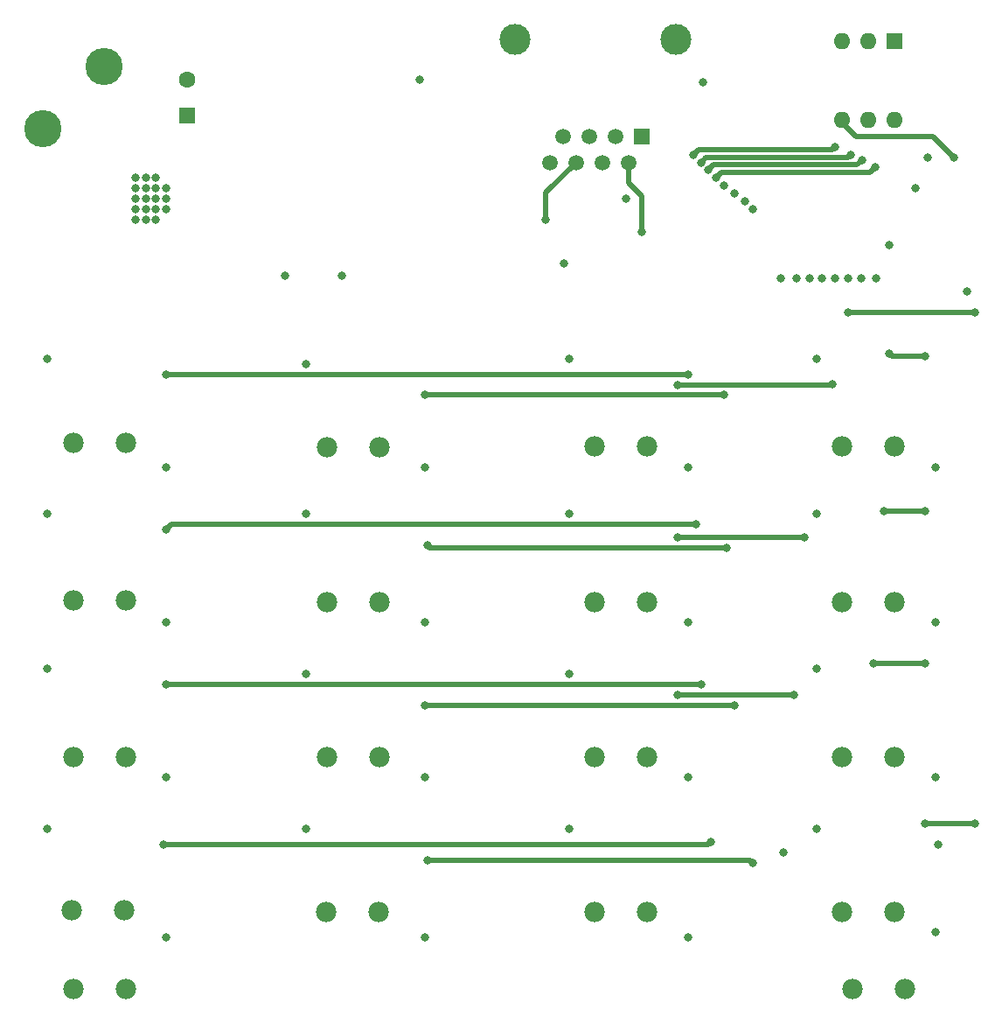
<source format=gbr>
G04 #@! TF.GenerationSoftware,KiCad,Pcbnew,(6.0.0)*
G04 #@! TF.CreationDate,2022-04-14T19:32:56-07:00*
G04 #@! TF.ProjectId,SolenoidController,536f6c65-6e6f-4696-9443-6f6e74726f6c,rev?*
G04 #@! TF.SameCoordinates,Original*
G04 #@! TF.FileFunction,Copper,L2,Inr*
G04 #@! TF.FilePolarity,Positive*
%FSLAX46Y46*%
G04 Gerber Fmt 4.6, Leading zero omitted, Abs format (unit mm)*
G04 Created by KiCad (PCBNEW (6.0.0)) date 2022-04-14 19:32:56*
%MOMM*%
%LPD*%
G01*
G04 APERTURE LIST*
G04 #@! TA.AperFunction,ComponentPad*
%ADD10C,1.980000*%
G04 #@! TD*
G04 #@! TA.AperFunction,ComponentPad*
%ADD11C,3.600000*%
G04 #@! TD*
G04 #@! TA.AperFunction,ComponentPad*
%ADD12R,1.600000X1.600000*%
G04 #@! TD*
G04 #@! TA.AperFunction,ComponentPad*
%ADD13C,1.600000*%
G04 #@! TD*
G04 #@! TA.AperFunction,ComponentPad*
%ADD14O,1.600000X1.600000*%
G04 #@! TD*
G04 #@! TA.AperFunction,ComponentPad*
%ADD15R,1.500000X1.500000*%
G04 #@! TD*
G04 #@! TA.AperFunction,ComponentPad*
%ADD16C,1.500000*%
G04 #@! TD*
G04 #@! TA.AperFunction,ComponentPad*
%ADD17C,3.000000*%
G04 #@! TD*
G04 #@! TA.AperFunction,ViaPad*
%ADD18C,0.800000*%
G04 #@! TD*
G04 #@! TA.AperFunction,Conductor*
%ADD19C,0.500000*%
G04 #@! TD*
G04 APERTURE END LIST*
D10*
X139540000Y-145500000D03*
X134460000Y-145500000D03*
X58793000Y-137867000D03*
X63873000Y-137867000D03*
X64040000Y-123000000D03*
X58960000Y-123000000D03*
X58960000Y-107895000D03*
X64040000Y-107895000D03*
X64040000Y-92655000D03*
X58960000Y-92655000D03*
X88540000Y-138000000D03*
X83460000Y-138000000D03*
X88630000Y-123000000D03*
X83550000Y-123000000D03*
X83550000Y-108000000D03*
X88630000Y-108000000D03*
X88630000Y-93020000D03*
X83550000Y-93020000D03*
X109460000Y-138000000D03*
X114540000Y-138000000D03*
X114540000Y-123000000D03*
X109460000Y-123000000D03*
X109460000Y-108000000D03*
X114540000Y-108000000D03*
X109460000Y-93000000D03*
X114540000Y-93000000D03*
X133460000Y-138000000D03*
X138540000Y-138000000D03*
X133460000Y-123000000D03*
X138540000Y-123000000D03*
X133460000Y-108000000D03*
X138540000Y-108000000D03*
X58960000Y-145500000D03*
X64040000Y-145500000D03*
X133460000Y-93000000D03*
X138540000Y-93000000D03*
D11*
X56000000Y-62230000D03*
X62000000Y-56230000D03*
D12*
X70000000Y-61000000D03*
D13*
X70000000Y-57500000D03*
D12*
X138500000Y-53750000D03*
D14*
X135960000Y-53750000D03*
X133420000Y-53750000D03*
X133420000Y-61370000D03*
X135960000Y-61370000D03*
X138500000Y-61370000D03*
D15*
X114000000Y-63000000D03*
D16*
X112730000Y-65540000D03*
X111460000Y-63000000D03*
X110190000Y-65540000D03*
X108920000Y-63000000D03*
X107650000Y-65540000D03*
X106380000Y-63000000D03*
X105110000Y-65540000D03*
D17*
X117325000Y-53600000D03*
X101785000Y-53600000D03*
D18*
X112500000Y-69000000D03*
X138000000Y-73500000D03*
X106500000Y-75250000D03*
X85000000Y-76500000D03*
X140500000Y-68000000D03*
X145500000Y-78000000D03*
X93000000Y-95000000D03*
X81500000Y-115000000D03*
X65000000Y-71000000D03*
X67000000Y-71000000D03*
X66000000Y-71000000D03*
X107000000Y-84500000D03*
X118500000Y-95000000D03*
X79500000Y-76500000D03*
X131000000Y-114500000D03*
X56500000Y-130000000D03*
X66000000Y-69000000D03*
X56500000Y-114500000D03*
X56500000Y-84500000D03*
X107000000Y-130000000D03*
X67000000Y-69000000D03*
X142500000Y-95000000D03*
X93000000Y-125000000D03*
X93000000Y-110000000D03*
X67000000Y-68000000D03*
X56500000Y-99500000D03*
X142500000Y-110000000D03*
X93000000Y-140500000D03*
X66000000Y-68000000D03*
X66000000Y-67000000D03*
X68000000Y-68000000D03*
X131000000Y-84500000D03*
X118500000Y-140500000D03*
X68000000Y-95000000D03*
X65000000Y-68000000D03*
X131000000Y-130000000D03*
X118500000Y-125000000D03*
X131000000Y-99500000D03*
X81500000Y-99500000D03*
X68000000Y-69000000D03*
X65000000Y-69000000D03*
X81500000Y-85000000D03*
X65000000Y-67000000D03*
X92500000Y-57500000D03*
X68000000Y-125000000D03*
X66000000Y-70000000D03*
X107000000Y-99500000D03*
X68000000Y-110000000D03*
X68000000Y-70000000D03*
X67000000Y-67000000D03*
X81500000Y-130000000D03*
X68000000Y-140500000D03*
X120000000Y-57750000D03*
X107000000Y-115000000D03*
X142500000Y-140000000D03*
X65000000Y-70000000D03*
X118500000Y-110000000D03*
X67000000Y-70000000D03*
X142500000Y-125000000D03*
X114000000Y-72250000D03*
X104750000Y-71000000D03*
X144250000Y-65000000D03*
X141750000Y-65000000D03*
X121250000Y-67000000D03*
X67750000Y-131500000D03*
X136635000Y-66000000D03*
X120750000Y-131250000D03*
X135365000Y-65250000D03*
X120500000Y-66250000D03*
X119750000Y-116000000D03*
X68000000Y-116000000D03*
X134250000Y-64750000D03*
X119750000Y-65500000D03*
X119250000Y-100500000D03*
X68000000Y-101000000D03*
X68000000Y-86000000D03*
X118500000Y-86000000D03*
X132750000Y-64000000D03*
X119000000Y-64750000D03*
X93250000Y-133000000D03*
X124750000Y-70000000D03*
X124750000Y-133250000D03*
X124000000Y-69250000D03*
X93000000Y-118000000D03*
X123000000Y-118000000D03*
X123000000Y-68500000D03*
X122250000Y-102750000D03*
X93250000Y-102500000D03*
X122000000Y-88000000D03*
X122000000Y-67750000D03*
X93000000Y-88000000D03*
X127500000Y-76750000D03*
X127750000Y-132250000D03*
X129000000Y-76750000D03*
X117500000Y-117000000D03*
X128750000Y-117000000D03*
X117500000Y-101750000D03*
X129750000Y-101750000D03*
X130250000Y-76750000D03*
X117510000Y-87010000D03*
X131500000Y-76750000D03*
X132500000Y-87000000D03*
X141500000Y-129500000D03*
X142750000Y-131500000D03*
X146250000Y-80000000D03*
X132750000Y-76750000D03*
X134000000Y-80000000D03*
X146250000Y-129500000D03*
X136500000Y-114000000D03*
X141500000Y-114000000D03*
X134000000Y-76750000D03*
X135250000Y-76750000D03*
X141500000Y-99250000D03*
X137500000Y-99250000D03*
X138000000Y-84000000D03*
X141500000Y-84250000D03*
X136750000Y-76750000D03*
D19*
X112730000Y-67480000D02*
X112730000Y-65540000D01*
X112730000Y-67480000D02*
X114000000Y-68750000D01*
X114000000Y-68750000D02*
X114000000Y-72250000D01*
X104750000Y-71000000D02*
X104750000Y-68440000D01*
X104750000Y-68440000D02*
X107650000Y-65540000D01*
X142250000Y-63000000D02*
X144250000Y-65000000D01*
X134750000Y-63000000D02*
X142250000Y-63000000D01*
X133420000Y-61670000D02*
X134750000Y-63000000D01*
X133420000Y-61370000D02*
X133420000Y-61670000D01*
X120500000Y-131500000D02*
X120750000Y-131250000D01*
X67750000Y-131500000D02*
X120500000Y-131500000D01*
X121250000Y-67000000D02*
X121750000Y-66500000D01*
X121750000Y-66500000D02*
X136135000Y-66500000D01*
X136135000Y-66500000D02*
X136635000Y-66000000D01*
X121000000Y-65750000D02*
X134865000Y-65750000D01*
X68000000Y-116000000D02*
X119750000Y-116000000D01*
X134865000Y-65750000D02*
X135365000Y-65250000D01*
X120500000Y-66250000D02*
X121000000Y-65750000D01*
X134250000Y-64750000D02*
X134000000Y-65000000D01*
X120250000Y-65000000D02*
X119750000Y-65500000D01*
X68500000Y-100500000D02*
X119250000Y-100500000D01*
X134000000Y-65000000D02*
X120250000Y-65000000D01*
X68000000Y-101000000D02*
X68500000Y-100500000D01*
X119000000Y-64750000D02*
X119500000Y-64250000D01*
X132500000Y-64250000D02*
X132750000Y-64000000D01*
X119500000Y-64250000D02*
X132500000Y-64250000D01*
X68000000Y-86000000D02*
X118500000Y-86000000D01*
X124500000Y-133000000D02*
X124500000Y-133000000D01*
X93250000Y-133000000D02*
X124500000Y-133000000D01*
X124500000Y-133000000D02*
X124750000Y-133250000D01*
X123000000Y-118000000D02*
X93000000Y-118000000D01*
X122250000Y-102750000D02*
X93500000Y-102750000D01*
X93500000Y-102750000D02*
X93250000Y-102500000D01*
X122000000Y-88000000D02*
X93000000Y-88000000D01*
X117500000Y-117000000D02*
X128750000Y-117000000D01*
X117500000Y-101750000D02*
X129750000Y-101750000D01*
X132490000Y-87010000D02*
X117510000Y-87010000D01*
X132500000Y-87000000D02*
X132490000Y-87010000D01*
X146250000Y-80000000D02*
X134000000Y-80000000D01*
X141500000Y-129500000D02*
X146250000Y-129500000D01*
X141500000Y-114000000D02*
X136500000Y-114000000D01*
X141500000Y-99250000D02*
X137500000Y-99250000D01*
X138250000Y-84250000D02*
X141500000Y-84250000D01*
X138000000Y-84000000D02*
X138250000Y-84250000D01*
M02*

</source>
